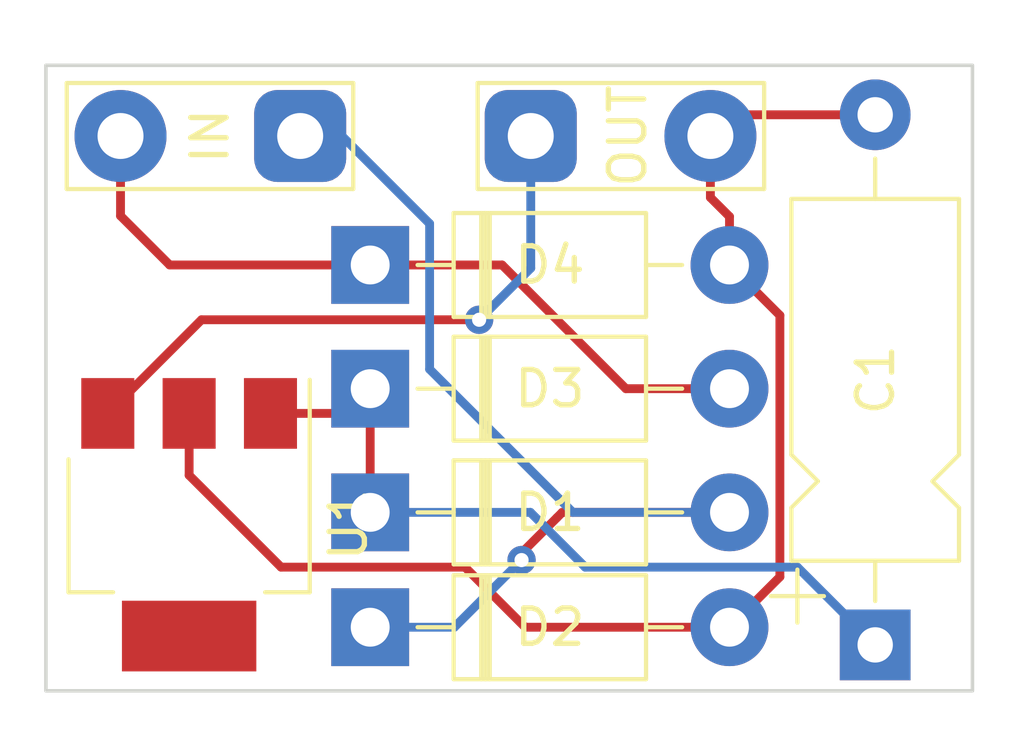
<source format=kicad_pcb>
(kicad_pcb (version 20211014) (generator pcbnew)
  (layers (0 "F.Cu" signal) (31 "B.Cu" signal) (34 "B.Paste" user) (35 "F.Paste" user) (36 "B.SilkS" user "B.Silkscreen") (37 "F.SilkS" user "F.Silkscreen") (38 "B.Mask" user) (39 "F.Mask" user) (44 "Edge.Cuts" user))
  (net 0 "")
  (net 1 "Med")
  (net 2 "0")
  (net 3 "In")
  (net 4 "Net-(D3-Pad2)")
  (net 5 "Out")
  (footprint "Package_TO_SOT_SMD:SOT-223" (layer "F.Cu") (at 128.8 75.6 -90)
    (fp_text reference "U1" (at 0 -4.5 90) (layer "F.SilkS"))
    (fp_text value "L7805")
    (fp_line (start -1.85 3.41) (end 1.91 3.41) (layer "F.SilkS") (width 0.12))
    (fp_line (start 1.91 3.41) (end 1.91 2.15) (layer "F.SilkS") (width 0.12))
    (fp_line (start -4.1 -3.41) (end 1.91 -3.41) (layer "F.SilkS") (width 0.12))
    (fp_line (start 1.91 -3.41) (end 1.91 -2.15) (layer "F.SilkS") (width 0.12))
    (pad "1" smd rect (at -3.15 -2.3 270) (size 2 1.5) (layers "F.Cu" "F.Paste" "F.Mask") (net 1 "Med"))
    (pad "2" smd rect (at -3.15 0 270) (size 2 1.5) (layers "F.Cu" "F.Paste" "F.Mask") (net 2 "0"))
    (pad "3" smd rect (at -3.15 2.3 270) (size 2 1.5) (layers "F.Cu" "F.Paste" "F.Mask") (net 5 "Out"))
    (pad "4" smd rect (at 3.15 0 270) (size 2 3.8) (layers "F.Cu" "F.Paste" "F.Mask"))
  )
  (footprint "Diode_THT:D_DO-41_SOD81_P10.16mm_Horizontal" (layer "F.Cu") (at 133.92 75.25)
    (fp_text reference "D1" (at 5.08 0) (layer "F.SilkS"))
    (fp_text value "1N4002")
    (fp_line (start 1.34 0) (end 2.36 0) (layer "F.SilkS") (width 0.12))
    (fp_line (start 7.8 -1.47) (end 2.36 -1.47) (layer "F.SilkS") (width 0.12))
    (fp_line (start 3.26 -1.47) (end 3.26 1.47) (layer "F.SilkS") (width 0.12))
    (fp_line (start 8.82 0) (end 7.8 0) (layer "F.SilkS") (width 0.12))
    (fp_line (start 2.36 1.47) (end 7.8 1.47) (layer "F.SilkS") (width 0.12))
    (fp_line (start 2.36 -1.47) (end 2.36 1.47) (layer "F.SilkS") (width 0.12))
    (fp_line (start 3.38 -1.47) (end 3.38 1.47) (layer "F.SilkS") (width 0.12))
    (fp_line (start 7.8 1.47) (end 7.8 -1.47) (layer "F.SilkS") (width 0.12))
    (fp_line (start 3.14 -1.47) (end 3.14 1.47) (layer "F.SilkS") (width 0.12))
    (pad "1" thru_hole rect (at 0 0) (size 2.2 2.2) (drill 1.1) (layers *.Cu *.Mask) (net 1 "Med"))
    (pad "2" thru_hole oval (at 10.16 0) (size 2.2 2.2) (drill 1.1) (layers *.Cu *.Mask) (net 3 "In"))
  )
  (footprint "TestPoint:TestPoint_2Pads_Pitch5.08mm_Drill1.3mm" (layer "F.Cu") (at 131.94 64.6 180)
    (fp_text reference "IN" (at 2.55 0 90) (layer "F.SilkS"))
    (fp_text value "IN")
    (fp_line (start -1.5 -1.5) (end 6.6 -1.5) (layer "F.SilkS") (width 0.12))
    (fp_line (start 6.6 1.5) (end 6.6 -1.5) (layer "F.SilkS") (width 0.12))
    (fp_line (start -1.5 -1.5) (end -1.5 1.5) (layer "F.SilkS") (width 0.12))
    (fp_line (start 6.6 1.5) (end -1.5 1.5) (layer "F.SilkS") (width 0.12))
    (pad "1" thru_hole roundrect (at 0 0 180) (size 2.6 2.6) (drill 1.3) (layers *.Cu *.Mask) (net 3 "In"))
    (pad "2" thru_hole circle (at 5.08 0 180) (size 2.6 2.6) (drill 1.3) (layers *.Cu *.Mask) (net 4 "Net-(D3-Pad2)"))
  )
  (footprint "Capacitor_THT:CP_Axial_L10.0mm_D4.5mm_P15.00mm_Horizontal" (layer "F.Cu") (at 148.2 79 90)
    (fp_text reference "C1" (at 7.5 0.0075 90) (layer "F.SilkS"))
    (fp_text value "1uF")
    (fp_line (start 2.38 2.37) (end 3.88 2.37) (layer "F.SilkS") (width 0.12))
    (fp_line (start 2.38 -2.37) (end 3.88 -2.37) (layer "F.SilkS") (width 0.12))
    (fp_line (start 5.38 -2.37) (end 12.62 -2.37) (layer "F.SilkS") (width 0.12))
    (fp_line (start 2.38 -2.37) (end 2.38 2.37) (layer "F.SilkS") (width 0.12))
    (fp_line (start 1.24 0) (end 2.38 0) (layer "F.SilkS") (width 0.12))
    (fp_line (start 3.88 2.37) (end 4.63 1.62) (layer "F.SilkS") (width 0.12))
    (fp_line (start 5.38 2.37) (end 12.62 2.37) (layer "F.SilkS") (width 0.12))
    (fp_line (start 3.88 -2.37) (end 4.63 -1.62) (layer "F.SilkS") (width 0.12))
    (fp_line (start 4.63 1.62) (end 5.38 2.37) (layer "F.SilkS") (width 0.12))
    (fp_line (start 12.62 -2.37) (end 12.62 2.37) (layer "F.SilkS") (width 0.12))
    (fp_line (start 4.63 -1.62) (end 5.38 -2.37) (layer "F.SilkS") (width 0.12))
    (fp_line (start 13.76 0) (end 12.62 0) (layer "F.SilkS") (width 0.12))
    (fp_line (start 0.63 -2.2) (end 2.13 -2.2) (layer "F.SilkS") (width 0.12))
    (fp_line (start 1.38 -2.95) (end 1.38 -1.45) (layer "F.SilkS") (width 0.12))
    (pad "1" thru_hole rect (at 0 0 90) (size 2 2) (drill 1) (layers *.Cu *.Mask) (net 1 "Med"))
    (pad "2" thru_hole oval (at 15 0 90) (size 2 2) (drill 1) (layers *.Cu *.Mask) (net 2 "0"))
  )
  (footprint "TestPoint:TestPoint_2Pads_Pitch5.08mm_Drill1.3mm" (layer "F.Cu") (at 138.46 64.6)
    (fp_text reference "OUT" (at 2.74 0 90) (layer "F.SilkS"))
    (fp_text value "100")
    (fp_line (start -1.5 -1.5) (end 6.6 -1.5) (layer "F.SilkS") (width 0.12))
    (fp_line (start 6.6 1.5) (end -1.5 1.5) (layer "F.SilkS") (width 0.12))
    (fp_line (start 6.6 1.5) (end 6.6 -1.5) (layer "F.SilkS") (width 0.12))
    (fp_line (start -1.5 -1.5) (end -1.5 1.5) (layer "F.SilkS") (width 0.12))
    (pad "1" thru_hole roundrect (at 0 0) (size 2.6 2.6) (drill 1.3) (layers *.Cu *.Mask) (net 5 "Out"))
    (pad "2" thru_hole circle (at 5.08 0) (size 2.6 2.6) (drill 1.3) (layers *.Cu *.Mask) (net 2 "0"))
  )
  (footprint "Diode_THT:D_DO-41_SOD81_P10.16mm_Horizontal" (layer "F.Cu") (at 133.92 71.75)
    (fp_text reference "D3" (at 5.08 0) (layer "F.SilkS"))
    (fp_text value "1N4002")
    (fp_line (start 3.14 -1.47) (end 3.14 1.47) (layer "F.SilkS") (width 0.12))
    (fp_line (start 2.36 -1.47) (end 2.36 1.47) (layer "F.SilkS") (width 0.12))
    (fp_line (start 3.26 -1.47) (end 3.26 1.47) (layer "F.SilkS") (width 0.12))
    (fp_line (start 8.82 0) (end 7.8 0) (layer "F.SilkS") (width 0.12))
    (fp_line (start 7.8 -1.47) (end 2.36 -1.47) (layer "F.SilkS") (width 0.12))
    (fp_line (start 3.38 -1.47) (end 3.38 1.47) (layer "F.SilkS") (width 0.12))
    (fp_line (start 2.36 1.47) (end 7.8 1.47) (layer "F.SilkS") (width 0.12))
    (fp_line (start 7.8 1.47) (end 7.8 -1.47) (layer "F.SilkS") (width 0.12))
    (fp_line (start 1.34 0) (end 2.36 0) (layer "F.SilkS") (width 0.12))
    (pad "1" thru_hole rect (at 0 0) (size 2.2 2.2) (drill 1.1) (layers *.Cu *.Mask) (net 1 "Med"))
    (pad "2" thru_hole oval (at 10.16 0) (size 2.2 2.2) (drill 1.1) (layers *.Cu *.Mask) (net 4 "Net-(D3-Pad2)"))
  )
  (footprint "Diode_THT:D_DO-41_SOD81_P10.16mm_Horizontal" (layer "F.Cu") (at 133.92 68.25)
    (fp_text reference "D4" (at 5.08 0) (layer "F.SilkS"))
    (fp_text value "1N4002")
    (fp_line (start 2.36 -1.47) (end 2.36 1.47) (layer "F.SilkS") (width 0.12))
    (fp_line (start 3.26 -1.47) (end 3.26 1.47) (layer "F.SilkS") (width 0.12))
    (fp_line (start 7.8 -1.47) (end 2.36 -1.47) (layer "F.SilkS") (width 0.12))
    (fp_line (start 8.82 0) (end 7.8 0) (layer "F.SilkS") (width 0.12))
    (fp_line (start 2.36 1.47) (end 7.8 1.47) (layer "F.SilkS") (width 0.12))
    (fp_line (start 3.38 -1.47) (end 3.38 1.47) (layer "F.SilkS") (width 0.12))
    (fp_line (start 3.14 -1.47) (end 3.14 1.47) (layer "F.SilkS") (width 0.12))
    (fp_line (start 7.8 1.47) (end 7.8 -1.47) (layer "F.SilkS") (width 0.12))
    (fp_line (start 1.34 0) (end 2.36 0) (layer "F.SilkS") (width 0.12))
    (pad "1" thru_hole rect (at 0 0) (size 2.2 2.2) (drill 1.1) (layers *.Cu *.Mask) (net 4 "Net-(D3-Pad2)"))
    (pad "2" thru_hole oval (at 10.16 0) (size 2.2 2.2) (drill 1.1) (layers *.Cu *.Mask) (net 2 "0"))
  )
  (footprint "Diode_THT:D_DO-41_SOD81_P10.16mm_Horizontal" (layer "F.Cu") (at 133.92 78.5)
    (fp_text reference "D2" (at 5.08 0) (layer "F.SilkS"))
    (fp_text value "1N4002")
    (fp_line (start 7.8 1.47) (end 7.8 -1.47) (layer "F.SilkS") (width 0.12))
    (fp_line (start 1.34 0) (end 2.36 0) (layer "F.SilkS") (width 0.12))
    (fp_line (start 3.26 -1.47) (end 3.26 1.47) (layer "F.SilkS") (width 0.12))
    (fp_line (start 7.8 -1.47) (end 2.36 -1.47) (layer "F.SilkS") (width 0.12))
    (fp_line (start 2.36 1.47) (end 7.8 1.47) (layer "F.SilkS") (width 0.12))
    (fp_line (start 2.36 -1.47) (end 2.36 1.47) (layer "F.SilkS") (width 0.12))
    (fp_line (start 8.82 0) (end 7.8 0) (layer "F.SilkS") (width 0.12))
    (fp_line (start 3.14 -1.47) (end 3.14 1.47) (layer "F.SilkS") (width 0.12))
    (fp_line (start 3.38 -1.47) (end 3.38 1.47) (layer "F.SilkS") (width 0.12))
    (pad "1" thru_hole rect (at 0 0) (size 2.2 2.2) (drill 1.1) (layers *.Cu *.Mask) (net 3 "In"))
    (pad "2" thru_hole oval (at 10.16 0) (size 2.2 2.2) (drill 1.1) (layers *.Cu *.Mask) (net 2 "0"))
  )
  (gr_rect (start 150.95 62.6) (end 124.75 80.3) (layer "Edge.Cuts") (width 0.1) (fill none))
  (segment (start 133.92 75.25) (end 133.92 71.75) (width 0.25) (layer "F.Cu") (net 1))
  (segment (start 133.22 72.45) (end 133.92 71.75) (width 0.25) (layer "F.Cu") (net 1))
  (segment (start 131.1 72.45) (end 133.22 72.45) (width 0.25) (layer "F.Cu") (net 1))
  (segment (start 146 76.8) (end 140 76.8) (width 0.25) (layer "B.Cu") (net 1))
  (segment (start 140 76.8) (end 138.45 75.25) (width 0.25) (layer "B.Cu") (net 1))
  (segment (start 138.45 75.25) (end 133.92 75.25) (width 0.25) (layer "B.Cu") (net 1))
  (segment (start 148.2 79) (end 146 76.8) (width 0.25) (layer "B.Cu") (net 1))
  (segment (start 131.4 76.8) (end 136.6 76.8) (width 0.25) (layer "F.Cu") (net 2))
  (segment (start 144.08 78.5) (end 145.505 77.075) (width 0.25) (layer "F.Cu") (net 2))
  (segment (start 128.8 74.2) (end 131.4 76.8) (width 0.25) (layer "F.Cu") (net 2))
  (segment (start 148.2 64) (end 144.14 64) (width 0.25) (layer "F.Cu") (net 2))
  (segment (start 128.8 72.45) (end 128.8 74.2) (width 0.25) (layer "F.Cu") (net 2))
  (segment (start 144.08 66.88) (end 143.54 66.34) (width 0.25) (layer "F.Cu") (net 2))
  (segment (start 145.505 77.075) (end 145.505 69.675) (width 0.25) (layer "F.Cu") (net 2))
  (segment (start 138.3 78.5) (end 144.08 78.5) (width 0.25) (layer "F.Cu") (net 2))
  (segment (start 144.14 64) (end 143.54 64.6) (width 0.25) (layer "F.Cu") (net 2))
  (segment (start 136.6 76.8) (end 138.3 78.5) (width 0.25) (layer "F.Cu") (net 2))
  (segment (start 144.08 68.25) (end 144.08 66.88) (width 0.25) (layer "F.Cu") (net 2))
  (segment (start 145.505 69.675) (end 144.08 68.25) (width 0.25) (layer "F.Cu") (net 2))
  (segment (start 143.54 66.34) (end 143.54 64.6) (width 0.25) (layer "F.Cu") (net 2))
  (segment (start 138.2 76.4) (end 138.2 76.6) (width 0.25) (layer "F.Cu") (net 3))
  (segment (start 139.35 75.25) (end 139.2 75.4) (width 0.25) (layer "F.Cu") (net 3))
  (segment (start 144.08 75.25) (end 139.35 75.25) (width 0.25) (layer "F.Cu") (net 3))
  (segment (start 139.2 75.4) (end 138.2 76.4) (width 0.25) (layer "F.Cu") (net 3))
  (via (at 138.2 76.6) (size 0.8) (drill 0.4) (layers "F.Cu" "B.Cu") (net 3))
  (segment (start 139.65 75.25) (end 135.6 71.2) (width 0.25) (layer "B.Cu") (net 3))
  (segment (start 144.08 75.25) (end 139.65 75.25) (width 0.25) (layer "B.Cu") (net 3))
  (segment (start 135.6 71.2) (end 135.6 67.08) (width 0.25) (layer "B.Cu") (net 3))
  (segment (start 138.2 76.6) (end 136.3 78.5) (width 0.25) (layer "B.Cu") (net 3))
  (segment (start 133.12 64.6) (end 131.94 64.6) (width 0.25) (layer "B.Cu") (net 3))
  (segment (start 136.3 78.5) (end 133.92 78.5) (width 0.25) (layer "B.Cu") (net 3))
  (segment (start 135.6 67.08) (end 133.12 64.6) (width 0.25) (layer "B.Cu") (net 3))
  (segment (start 137.65 68.25) (end 133.92 68.25) (width 0.25) (layer "F.Cu") (net 4))
  (segment (start 126.86 64.6) (end 126.86 66.86) (width 0.25) (layer "F.Cu") (net 4))
  (segment (start 144.08 71.75) (end 141.15 71.75) (width 0.25) (layer "F.Cu") (net 4))
  (segment (start 141.15 71.75) (end 137.65 68.25) (width 0.25) (layer "F.Cu") (net 4))
  (segment (start 126.86 66.86) (end 128.25 68.25) (width 0.25) (layer "F.Cu") (net 4))
  (segment (start 128.25 68.25) (end 133.92 68.25) (width 0.25) (layer "F.Cu") (net 4))
  (segment (start 129.15 69.8) (end 126.5 72.45) (width 0.25) (layer "F.Cu") (net 5))
  (segment (start 137 69.8) (end 129.15 69.8) (width 0.25) (layer "F.Cu") (net 5))
  (via (at 137 69.8) (size 0.8) (drill 0.4) (layers "F.Cu" "B.Cu") (net 5))
  (segment (start 138.46 68.34) (end 137 69.8) (width 0.25) (layer "B.Cu") (net 5))
  (segment (start 138.46 64.6) (end 138.46 68.34) (width 0.25) (layer "B.Cu") (net 5))
)
</source>
